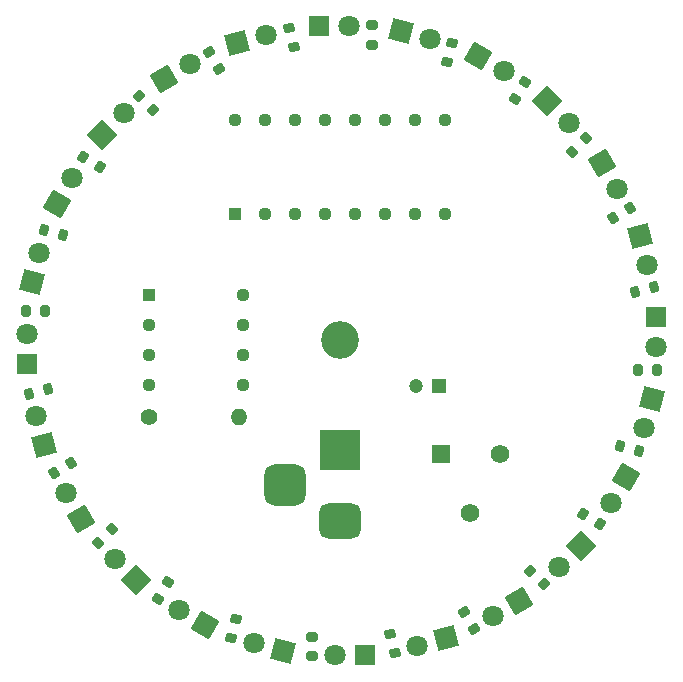
<source format=gbr>
%TF.GenerationSoftware,KiCad,Pcbnew,8.0.9*%
%TF.CreationDate,2025-12-12T10:11:10+01:00*%
%TF.ProjectId,Project,50726f6a-6563-4742-9e6b-696361645f70,rev?*%
%TF.SameCoordinates,Original*%
%TF.FileFunction,Soldermask,Top*%
%TF.FilePolarity,Negative*%
%FSLAX46Y46*%
G04 Gerber Fmt 4.6, Leading zero omitted, Abs format (unit mm)*
G04 Created by KiCad (PCBNEW 8.0.9) date 2025-12-12 10:11:10*
%MOMM*%
%LPD*%
G01*
G04 APERTURE LIST*
G04 Aperture macros list*
%AMRoundRect*
0 Rectangle with rounded corners*
0 $1 Rounding radius*
0 $2 $3 $4 $5 $6 $7 $8 $9 X,Y pos of 4 corners*
0 Add a 4 corners polygon primitive as box body*
4,1,4,$2,$3,$4,$5,$6,$7,$8,$9,$2,$3,0*
0 Add four circle primitives for the rounded corners*
1,1,$1+$1,$2,$3*
1,1,$1+$1,$4,$5*
1,1,$1+$1,$6,$7*
1,1,$1+$1,$8,$9*
0 Add four rect primitives between the rounded corners*
20,1,$1+$1,$2,$3,$4,$5,0*
20,1,$1+$1,$4,$5,$6,$7,0*
20,1,$1+$1,$6,$7,$8,$9,0*
20,1,$1+$1,$8,$9,$2,$3,0*%
%AMRotRect*
0 Rectangle, with rotation*
0 The origin of the aperture is its center*
0 $1 length*
0 $2 width*
0 $3 Rotation angle, in degrees counterclockwise*
0 Add horizontal line*
21,1,$1,$2,0,0,$3*%
G04 Aperture macros list end*
%ADD10R,1.800000X1.800000*%
%ADD11C,1.800000*%
%ADD12RotRect,1.800000X1.800000X345.000000*%
%ADD13RotRect,1.800000X1.800000X45.000000*%
%ADD14RoundRect,0.200000X0.317393X-0.122010X0.213866X0.264360X-0.317393X0.122010X-0.213866X-0.264360X0*%
%ADD15RoundRect,0.200000X0.138157X-0.310705X0.338157X0.035705X-0.138157X0.310705X-0.338157X-0.035705X0*%
%ADD16RoundRect,0.200000X-0.122010X-0.317393X0.264360X-0.213866X0.122010X0.317393X-0.264360X0.213866X0*%
%ADD17RotRect,1.800000X1.800000X210.000000*%
%ADD18RotRect,1.800000X1.800000X330.000000*%
%ADD19RoundRect,0.200000X-0.138157X0.310705X-0.338157X-0.035705X0.138157X-0.310705X0.338157X0.035705X0*%
%ADD20RoundRect,0.200000X-0.338157X0.035705X-0.138157X-0.310705X0.338157X-0.035705X0.138157X0.310705X0*%
%ADD21RoundRect,0.200000X-0.275000X0.200000X-0.275000X-0.200000X0.275000X-0.200000X0.275000X0.200000X0*%
%ADD22RotRect,1.800000X1.800000X15.000000*%
%ADD23RoundRect,0.200000X-0.310705X-0.138157X0.035705X-0.338157X0.310705X0.138157X-0.035705X0.338157X0*%
%ADD24RoundRect,0.200000X0.053033X-0.335876X0.335876X-0.053033X-0.053033X0.335876X-0.335876X0.053033X0*%
%ADD25RoundRect,0.200000X0.264360X0.213866X-0.122010X0.317393X-0.264360X-0.213866X0.122010X-0.317393X0*%
%ADD26RotRect,1.800000X1.800000X240.000000*%
%ADD27RoundRect,0.200000X-0.317393X0.122010X-0.213866X-0.264360X0.317393X-0.122010X0.213866X0.264360X0*%
%ADD28C,1.400000*%
%ADD29O,1.400000X1.400000*%
%ADD30C,3.200000*%
%ADD31RoundRect,0.200000X0.035705X0.338157X-0.310705X0.138157X-0.035705X-0.338157X0.310705X-0.138157X0*%
%ADD32RotRect,1.800000X1.800000X300.000000*%
%ADD33RotRect,1.800000X1.800000X75.000000*%
%ADD34RotRect,1.800000X1.800000X135.000000*%
%ADD35R,1.130000X1.130000*%
%ADD36C,1.130000*%
%ADD37RotRect,1.800000X1.800000X60.000000*%
%ADD38RotRect,1.800000X1.800000X285.000000*%
%ADD39RoundRect,0.200000X-0.053033X0.335876X-0.335876X0.053033X0.053033X-0.335876X0.335876X-0.053033X0*%
%ADD40RotRect,1.800000X1.800000X195.000000*%
%ADD41RoundRect,0.200000X0.310705X0.138157X-0.035705X0.338157X-0.310705X-0.138157X0.035705X-0.338157X0*%
%ADD42RotRect,1.800000X1.800000X120.000000*%
%ADD43R,1.560000X1.560000*%
%ADD44C,1.560000*%
%ADD45RotRect,1.800000X1.800000X105.000000*%
%ADD46RoundRect,0.200000X-0.213866X0.264360X-0.317393X-0.122010X0.213866X-0.264360X0.317393X0.122010X0*%
%ADD47RoundRect,0.200000X0.200000X0.275000X-0.200000X0.275000X-0.200000X-0.275000X0.200000X-0.275000X0*%
%ADD48RotRect,1.800000X1.800000X255.000000*%
%ADD49RoundRect,0.200000X0.338157X-0.035705X0.138157X0.310705X-0.338157X0.035705X-0.138157X-0.310705X0*%
%ADD50RoundRect,0.200000X-0.200000X-0.275000X0.200000X-0.275000X0.200000X0.275000X-0.200000X0.275000X0*%
%ADD51RoundRect,0.200000X0.335876X0.053033X0.053033X0.335876X-0.335876X-0.053033X-0.053033X-0.335876X0*%
%ADD52RoundRect,0.200000X0.122010X0.317393X-0.264360X0.213866X-0.122010X-0.317393X0.264360X-0.213866X0*%
%ADD53RoundRect,0.200000X-0.264360X-0.213866X0.122010X-0.317393X0.264360X0.213866X-0.122010X0.317393X0*%
%ADD54RoundRect,0.200000X0.275000X-0.200000X0.275000X0.200000X-0.275000X0.200000X-0.275000X-0.200000X0*%
%ADD55RoundRect,0.200000X0.213866X-0.264360X0.317393X0.122010X-0.213866X0.264360X-0.317393X-0.122010X0*%
%ADD56RotRect,1.800000X1.800000X225.000000*%
%ADD57RoundRect,0.200000X-0.335876X-0.053033X-0.053033X-0.335876X0.335876X0.053033X0.053033X0.335876X0*%
%ADD58RoundRect,0.200000X-0.035705X-0.338157X0.310705X-0.138157X0.035705X0.338157X-0.310705X0.138157X0*%
%ADD59RotRect,1.800000X1.800000X315.000000*%
%ADD60RotRect,1.800000X1.800000X30.000000*%
%ADD61RotRect,1.800000X1.800000X165.000000*%
%ADD62RotRect,1.800000X1.800000X150.000000*%
%ADD63R,1.200000X1.200000*%
%ADD64C,1.200000*%
%ADD65R,3.500000X3.500000*%
%ADD66RoundRect,0.750000X1.000000X-0.750000X1.000000X0.750000X-1.000000X0.750000X-1.000000X-0.750000X0*%
%ADD67RoundRect,0.875000X0.875000X-0.875000X0.875000X0.875000X-0.875000X0.875000X-0.875000X-0.875000X0*%
G04 APERTURE END LIST*
D10*
%TO.C,D3*%
X205917800Y-98120200D03*
D11*
X205917801Y-100660201D03*
%TD*%
D12*
%TO.C,D9*%
X184277000Y-73888600D03*
D11*
X186730452Y-74546000D03*
%TD*%
D13*
%TO.C,D8*%
X159021031Y-82676653D03*
D11*
X160817083Y-80880602D03*
%TD*%
D14*
%TO.C,R24*%
X175204452Y-75228378D03*
X174777400Y-73634600D03*
%TD*%
D15*
%TO.C,R17*%
X193965852Y-79646485D03*
X194790852Y-78217543D03*
%TD*%
D16*
%TO.C,R18*%
X204150609Y-96034382D03*
X205744387Y-95607330D03*
%TD*%
D17*
%TO.C,D12*%
X194310000Y-122174000D03*
D11*
X192110294Y-123444002D03*
%TD*%
D18*
%TO.C,D17*%
X190855600Y-76047600D03*
D11*
X193055305Y-77317600D03*
%TD*%
D19*
%TO.C,R21*%
X164578122Y-120580316D03*
X163753122Y-122009258D03*
%TD*%
D20*
%TO.C,R12*%
X189635722Y-123069516D03*
X190460722Y-124498458D03*
%TD*%
D21*
%TO.C,R5*%
X176758599Y-125184402D03*
X176758599Y-126834402D03*
%TD*%
D22*
%TO.C,D24*%
X170457670Y-74883587D03*
D11*
X172911122Y-74226187D03*
%TD*%
D23*
%TO.C,R19*%
X199726716Y-114814226D03*
X201155658Y-115639226D03*
%TD*%
D24*
%TO.C,R2*%
X198772393Y-84140829D03*
X199939119Y-82974103D03*
%TD*%
D25*
%TO.C,R15*%
X155695578Y-91206652D03*
X154101800Y-90779600D03*
%TD*%
D26*
%TO.C,D19*%
X203327000Y-111701547D03*
D11*
X202057000Y-113901253D03*
%TD*%
D27*
%TO.C,R20*%
X183340217Y-124978810D03*
X183767269Y-126572588D03*
%TD*%
D28*
%TO.C,R25*%
X162966400Y-106553000D03*
D29*
X170586400Y-106553000D03*
%TD*%
D30*
%TO.C,H1*%
X179171600Y-100076000D03*
%TD*%
D31*
%TO.C,R14*%
X156330484Y-110514724D03*
X154901542Y-111339724D03*
%TD*%
D32*
%TO.C,D10*%
X201345800Y-85064600D03*
D11*
X202615801Y-87264305D03*
%TD*%
D33*
%TO.C,D15*%
X153023590Y-95145089D03*
D11*
X153680992Y-92691637D03*
%TD*%
D34*
%TO.C,D6*%
X161874200Y-120370600D03*
D11*
X160078147Y-118574546D03*
%TD*%
D35*
%TO.C,IC1*%
X170256200Y-89390200D03*
D36*
X172796201Y-89390199D03*
X175336200Y-89390200D03*
X177876200Y-89390202D03*
X180416199Y-89390201D03*
X182956200Y-89390200D03*
X185496200Y-89390202D03*
X188036199Y-89390200D03*
X188036200Y-81450200D03*
X185496199Y-81450201D03*
X182956200Y-81450200D03*
X180416200Y-81450198D03*
X177876201Y-81450199D03*
X175336200Y-81450200D03*
X172796200Y-81450198D03*
X170256201Y-81450200D03*
%TD*%
D37*
%TO.C,D23*%
X155194000Y-88519000D03*
D11*
X156464001Y-86319295D03*
%TD*%
D38*
%TO.C,D18*%
X204495400Y-91287600D03*
D11*
X205152802Y-93741052D03*
%TD*%
D39*
%TO.C,R6*%
X159799406Y-116087372D03*
X158632680Y-117254098D03*
%TD*%
D40*
%TO.C,D20*%
X188087000Y-125323600D03*
D11*
X185633546Y-125981002D03*
%TD*%
D41*
%TO.C,R23*%
X158794285Y-85406323D03*
X157365343Y-84581323D03*
%TD*%
D42*
%TO.C,D14*%
X157226000Y-115189000D03*
D11*
X155956000Y-112989294D03*
%TD*%
D43*
%TO.C,RV1*%
X187669800Y-109723200D03*
D44*
X190169800Y-114723200D03*
X192669800Y-109723200D03*
%TD*%
D45*
%TO.C,D22*%
X154055387Y-108967729D03*
D11*
X153397987Y-106514276D03*
%TD*%
D46*
%TO.C,R13*%
X170371416Y-123690012D03*
X169944364Y-125283790D03*
%TD*%
D47*
%TO.C,R7*%
X154202400Y-97637600D03*
X152552400Y-97637600D03*
%TD*%
D48*
%TO.C,D11*%
X205511400Y-105079800D03*
D11*
X204854000Y-107533253D03*
%TD*%
D49*
%TO.C,R16*%
X168885277Y-77107885D03*
X168060277Y-75678943D03*
%TD*%
D50*
%TO.C,R3*%
X204344000Y-102616000D03*
X205994000Y-102616000D03*
%TD*%
D10*
%TO.C,D5*%
X181254401Y-126746000D03*
D11*
X178714398Y-126746001D03*
%TD*%
D51*
%TO.C,R8*%
X163294926Y-80592526D03*
X162128200Y-79425800D03*
%TD*%
D52*
%TO.C,R22*%
X154400178Y-104220948D03*
X152806400Y-104648000D03*
%TD*%
D53*
%TO.C,R11*%
X202839411Y-109018238D03*
X204433189Y-109445290D03*
%TD*%
D10*
%TO.C,D7*%
X152628600Y-102133400D03*
D11*
X152628601Y-99593399D03*
%TD*%
D54*
%TO.C,R1*%
X181813200Y-75069200D03*
X181813200Y-73419200D03*
%TD*%
D10*
%TO.C,D1*%
X177317400Y-73507600D03*
D11*
X179857400Y-73507600D03*
%TD*%
D55*
%TO.C,R9*%
X188208311Y-76551639D03*
X188635363Y-74957861D03*
%TD*%
D56*
%TO.C,D4*%
X199517000Y-117525800D03*
D11*
X197720948Y-119321853D03*
%TD*%
D57*
%TO.C,R4*%
X195233771Y-119600594D03*
X196400497Y-120767320D03*
%TD*%
D58*
%TO.C,R10*%
X202241315Y-89738878D03*
X203670257Y-88913878D03*
%TD*%
D59*
%TO.C,D2*%
X196697600Y-79857600D03*
D11*
X198493652Y-81653651D03*
%TD*%
D60*
%TO.C,D16*%
X164211000Y-78003400D03*
D11*
X166410705Y-76733400D03*
%TD*%
D61*
%TO.C,D13*%
X174309855Y-126362000D03*
D11*
X171856400Y-125704600D03*
%TD*%
D35*
%TO.C,IC2*%
X162984200Y-96291400D03*
D36*
X162984200Y-98831400D03*
X162984200Y-101371400D03*
X162984200Y-103911400D03*
X170924200Y-103911400D03*
X170924200Y-101371400D03*
X170924200Y-98831400D03*
X170924200Y-96291400D03*
%TD*%
D62*
%TO.C,D21*%
X167690800Y-124180600D03*
D11*
X165491094Y-122910598D03*
%TD*%
D63*
%TO.C,C1*%
X187560998Y-103987600D03*
D64*
X185560998Y-103987600D03*
%TD*%
D65*
%TO.C,J1*%
X179171599Y-109366799D03*
D66*
X179171598Y-115366800D03*
D67*
X174471598Y-112366800D03*
%TD*%
M02*

</source>
